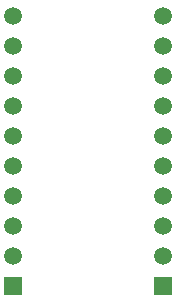
<source format=gbl>
%FSLAX24Y24*%
%MOIN*%
G70*
G01*
G75*
G04 Layer_Physical_Order=2*
G04 Layer_Color=16711680*
%ADD10O,0.0091X0.0276*%
%ADD11R,0.0091X0.0276*%
%ADD12C,0.0060*%
%ADD13R,0.0591X0.0591*%
%ADD14C,0.0591*%
D13*
X41500Y26400D02*
D03*
X46500D02*
D03*
D14*
X41500Y27400D02*
D03*
Y28400D02*
D03*
Y29400D02*
D03*
Y30400D02*
D03*
Y31400D02*
D03*
Y32400D02*
D03*
Y33400D02*
D03*
Y34400D02*
D03*
Y35400D02*
D03*
X46500Y27400D02*
D03*
Y29400D02*
D03*
Y30400D02*
D03*
Y31400D02*
D03*
Y32400D02*
D03*
Y33400D02*
D03*
Y34400D02*
D03*
Y35400D02*
D03*
Y28400D02*
D03*
M02*

</source>
